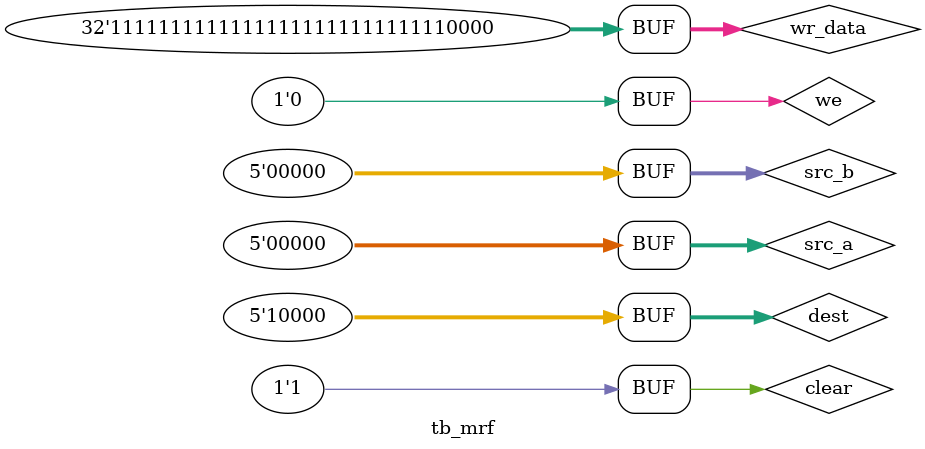
<source format=v>

module mrf(src_a, rd_data_a, src_b, rd_data_b, dest, wr_data, we, clear);
    parameter DATA_WIDTH = 32;
    parameter ADDR_WIDTH = 5;
    
    input [ADDR_WIDTH-1:0] src_a, src_b, dest;
    input [DATA_WIDTH-1:0] wr_data;
    input we, clear;
    output [DATA_WIDTH-1:0] rd_data_a, rd_data_b;
    
    reg [DATA_WIDTH-1:0]RF[0:(1<<ADDR_WIDTH)-1];
    integer i;
    
    assign rd_data_a=((src_a==dest) && we) ? wr_data : RF[src_a];
    assign rd_data_b=((src_a==dest) && we) ? wr_data : RF[src_b];      
    
    always@(posedge we or negedge clear) begin
        if (!clear) begin
            for(i=0;i<(1<<ADDR_WIDTH); i=i+1) begin
                RF[i] = 0;
            end
        end
        else begin
            RF[dest] = wr_data;
        end
    end
endmodule

//testnemch mRF
module tb_mrf();
   parameter DATA_WIDTH = 32;
   parameter ADDR_WIDTH = 5;
    
   reg [ADDR_WIDTH-1:0] src_a, src_b, dest;
   reg [DATA_WIDTH-1:0] wr_data;
   reg we, clear;
   wire [DATA_WIDTH-1:0] rd_data_a, rd_data_b; 
   
   mrf mRF(src_a, rd_data_a, src_b, rd_data_b, dest, wr_data, we, clear);
   
   initial begin
       clear = 1;
       src_a = 5'b00000;
       src_b = 5'b00000;
       dest = 5'b00001;
       we = 0;
       wr_data = 32'hABCDEF01;
       #3 clear = 0;
       #5 clear = 1;
       we =1;
       #5;
       we = 0;
       dest = 5'b00010;
       wr_data = 32'hFFFFFFFF;
       #5;
       we = 1;
       #5;
       we = 0;
       dest = 5'b10000;
       wr_data = 32'hFFFFFFF0;
       #5;
       we = 1;
       #5;
       we = 0;
   end
endmodule
</source>
